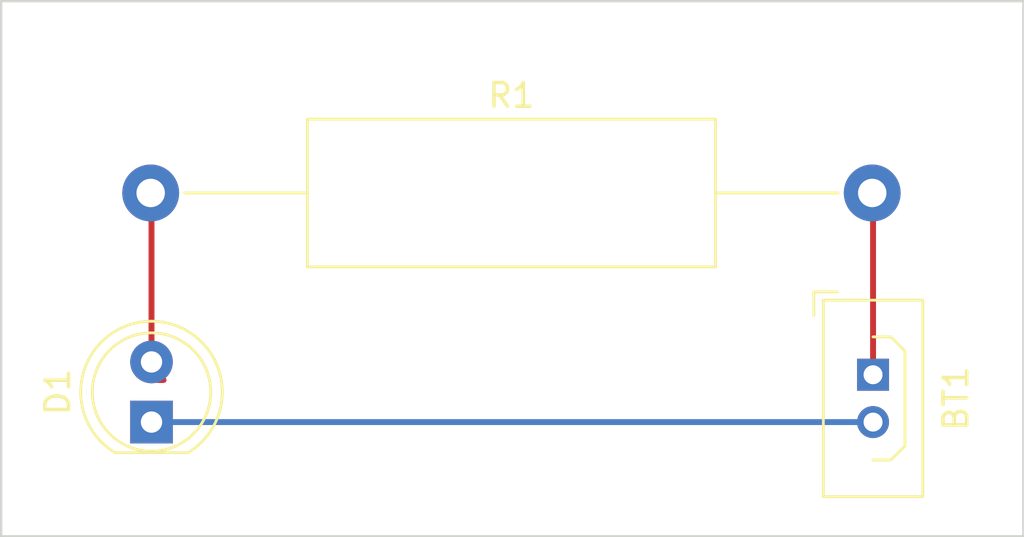
<source format=kicad_pcb>
(kicad_pcb (version 20171130) (host pcbnew "(5.1.10)-1")

  (general
    (thickness 1.6)
    (drawings 4)
    (tracks 7)
    (zones 0)
    (modules 3)
    (nets 4)
  )

  (page A4)
  (layers
    (0 F.Cu signal)
    (31 B.Cu signal)
    (32 B.Adhes user)
    (33 F.Adhes user)
    (34 B.Paste user)
    (35 F.Paste user)
    (36 B.SilkS user)
    (37 F.SilkS user)
    (38 B.Mask user)
    (39 F.Mask user)
    (40 Dwgs.User user)
    (41 Cmts.User user)
    (42 Eco1.User user)
    (43 Eco2.User user)
    (44 Edge.Cuts user)
    (45 Margin user)
    (46 B.CrtYd user)
    (47 F.CrtYd user)
    (48 B.Fab user)
    (49 F.Fab user)
  )

  (setup
    (last_trace_width 0.25)
    (trace_clearance 0.2)
    (zone_clearance 0.508)
    (zone_45_only no)
    (trace_min 0.2)
    (via_size 0.8)
    (via_drill 0.4)
    (via_min_size 0.4)
    (via_min_drill 0.3)
    (uvia_size 0.3)
    (uvia_drill 0.1)
    (uvias_allowed no)
    (uvia_min_size 0.2)
    (uvia_min_drill 0.1)
    (edge_width 0.05)
    (segment_width 0.2)
    (pcb_text_width 0.3)
    (pcb_text_size 1.5 1.5)
    (mod_edge_width 0.12)
    (mod_text_size 1 1)
    (mod_text_width 0.15)
    (pad_size 1.524 1.524)
    (pad_drill 0.762)
    (pad_to_mask_clearance 0)
    (aux_axis_origin 0 0)
    (visible_elements FFFFFF7F)
    (pcbplotparams
      (layerselection 0x010fc_ffffffff)
      (usegerberextensions false)
      (usegerberattributes true)
      (usegerberadvancedattributes true)
      (creategerberjobfile true)
      (excludeedgelayer true)
      (linewidth 0.100000)
      (plotframeref false)
      (viasonmask false)
      (mode 1)
      (useauxorigin false)
      (hpglpennumber 1)
      (hpglpenspeed 20)
      (hpglpendiameter 15.000000)
      (psnegative false)
      (psa4output false)
      (plotreference true)
      (plotvalue true)
      (plotinvisibletext false)
      (padsonsilk false)
      (subtractmaskfromsilk false)
      (outputformat 1)
      (mirror false)
      (drillshape 1)
      (scaleselection 1)
      (outputdirectory ""))
  )

  (net 0 "")
  (net 1 "Net-(BT1-Pad1)")
  (net 2 "Net-(BT1-Pad2)")
  (net 3 "Net-(D1-Pad2)")

  (net_class Default "This is the default net class."
    (clearance 0.2)
    (trace_width 0.25)
    (via_dia 0.8)
    (via_drill 0.4)
    (uvia_dia 0.3)
    (uvia_drill 0.1)
    (add_net "Net-(BT1-Pad1)")
    (add_net "Net-(BT1-Pad2)")
    (add_net "Net-(D1-Pad2)")
  )

  (module Connector_Harwin:Harwin_LTek-Male_02_P2.00mm_Vertical (layer F.Cu) (tedit 5A16B2BF) (tstamp 60B27941)
    (at 139.7 84.614 270)
    (descr "Harwin LTek Connector, 2 pins, single row male, vertical entry")
    (tags "connector harwin ltek M80")
    (path /60B24D34)
    (fp_text reference BT1 (at 1 -3.5 90) (layer F.SilkS)
      (effects (font (size 1 1) (thickness 0.15)))
    )
    (fp_text value 9v (at 1 4 90) (layer F.Fab)
      (effects (font (size 1 1) (thickness 0.15)))
    )
    (fp_line (start -3.5 2.5) (end -2.5 2.5) (layer F.SilkS) (width 0.12))
    (fp_line (start -3.5 1.5) (end -3.5 2.5) (layer F.SilkS) (width 0.12))
    (fp_line (start 0.3 1.35) (end 0 0.75) (layer F.Fab) (width 0.1))
    (fp_line (start -0.3 1.35) (end 0.3 1.35) (layer F.Fab) (width 0.1))
    (fp_line (start 0 0.75) (end -0.3 1.35) (layer F.Fab) (width 0.1))
    (fp_line (start 3 -1.35) (end 1 -1.35) (layer F.SilkS) (width 0.12))
    (fp_line (start 3.6 -0.75) (end 3 -1.35) (layer F.SilkS) (width 0.12))
    (fp_line (start 3.6 0) (end 3.6 -0.75) (layer F.SilkS) (width 0.12))
    (fp_line (start -1 -1.35) (end 1 -1.35) (layer F.SilkS) (width 0.12))
    (fp_line (start -1.6 -0.75) (end -1 -1.35) (layer F.SilkS) (width 0.12))
    (fp_line (start -1.6 0) (end -1.6 -0.75) (layer F.SilkS) (width 0.12))
    (fp_line (start 3.75 1.5) (end -1.75 1.5) (layer F.Fab) (width 0.1))
    (fp_line (start 3.75 -0.75) (end 3.75 1.5) (layer F.Fab) (width 0.1))
    (fp_line (start 3 -1.5) (end 3.75 -0.75) (layer F.Fab) (width 0.1))
    (fp_line (start -1 -1.5) (end 3 -1.5) (layer F.Fab) (width 0.1))
    (fp_line (start -1.75 -0.75) (end -1 -1.5) (layer F.Fab) (width 0.1))
    (fp_line (start -1.75 1.5) (end -1.75 -0.75) (layer F.Fab) (width 0.1))
    (fp_line (start 5.05 -2) (end -3.05 -2) (layer F.Fab) (width 0.1))
    (fp_line (start 5.05 2) (end 5.05 -2) (layer F.Fab) (width 0.1))
    (fp_line (start -3.05 2) (end 5.05 2) (layer F.Fab) (width 0.1))
    (fp_line (start -3.05 -2) (end -3.05 2) (layer F.Fab) (width 0.1))
    (fp_line (start 5.55 -2.5) (end -3.55 -2.5) (layer F.CrtYd) (width 0.05))
    (fp_line (start 5.55 2.5) (end 5.55 -2.5) (layer F.CrtYd) (width 0.05))
    (fp_line (start -3.55 2.5) (end 5.55 2.5) (layer F.CrtYd) (width 0.05))
    (fp_line (start -3.55 -2.5) (end -3.55 2.5) (layer F.CrtYd) (width 0.05))
    (fp_line (start 5.15 -2.1) (end -3.15 -2.1) (layer F.SilkS) (width 0.12))
    (fp_line (start 5.15 2.1) (end 5.15 -2.1) (layer F.SilkS) (width 0.12))
    (fp_line (start -3.15 2.1) (end 5.15 2.1) (layer F.SilkS) (width 0.12))
    (fp_line (start -3.15 -2.1) (end -3.15 2.1) (layer F.SilkS) (width 0.12))
    (fp_text user %R (at 1 0 90) (layer F.Fab)
      (effects (font (size 1 1) (thickness 0.15)))
    )
    (pad 1 thru_hole rect (at 0 0 270) (size 1.35 1.35) (drill 0.8) (layers *.Cu *.Mask)
      (net 1 "Net-(BT1-Pad1)"))
    (pad 2 thru_hole circle (at 2 0 270) (size 1.35 1.35) (drill 0.8) (layers *.Cu *.Mask)
      (net 2 "Net-(BT1-Pad2)"))
    (model ${KISYS3DMOD}/Connector_Harwin.3dshapes/Harwin_LTek-Male_02_P2.00mm_Vertical.wrl
      (at (xyz 0 0 0))
      (scale (xyz 1 1 1))
      (rotate (xyz 0 0 0))
    )
  )

  (module LED_THT:LED_D5.0mm_Clear (layer F.Cu) (tedit 5A6C9BC0) (tstamp 60B27953)
    (at 109.22 86.614 90)
    (descr "LED, diameter 5.0mm, 2 pins, http://cdn-reichelt.de/documents/datenblatt/A500/LL-504BC2E-009.pdf")
    (tags "LED diameter 5.0mm 2 pins")
    (path /60B23A44)
    (fp_text reference D1 (at 1.27 -3.96 90) (layer F.SilkS)
      (effects (font (size 1 1) (thickness 0.15)))
    )
    (fp_text value LED (at 1.27 3.96 180) (layer F.Fab)
      (effects (font (size 1 1) (thickness 0.15)))
    )
    (fp_circle (center 1.27 0) (end 3.77 0) (layer F.SilkS) (width 0.12))
    (fp_circle (center 1.27 0) (end 3.77 0) (layer F.Fab) (width 0.1))
    (fp_line (start 4.5 -3.25) (end -1.95 -3.25) (layer F.CrtYd) (width 0.05))
    (fp_line (start 4.5 3.25) (end 4.5 -3.25) (layer F.CrtYd) (width 0.05))
    (fp_line (start -1.95 3.25) (end 4.5 3.25) (layer F.CrtYd) (width 0.05))
    (fp_line (start -1.95 -3.25) (end -1.95 3.25) (layer F.CrtYd) (width 0.05))
    (fp_line (start -1.29 -1.545) (end -1.29 1.545) (layer F.SilkS) (width 0.12))
    (fp_line (start -1.23 -1.469694) (end -1.23 1.469694) (layer F.Fab) (width 0.1))
    (fp_text user %R (at 1.25 0 270) (layer F.Fab)
      (effects (font (size 0.8 0.8) (thickness 0.2)))
    )
    (fp_arc (start 1.27 0) (end -1.23 -1.469694) (angle 299.1) (layer F.Fab) (width 0.1))
    (fp_arc (start 1.27 0) (end -1.29 -1.54483) (angle 148.9) (layer F.SilkS) (width 0.12))
    (fp_arc (start 1.27 0) (end -1.29 1.54483) (angle -148.9) (layer F.SilkS) (width 0.12))
    (pad 1 thru_hole rect (at 0 0 90) (size 1.8 1.8) (drill 0.9) (layers *.Cu *.Mask)
      (net 2 "Net-(BT1-Pad2)"))
    (pad 2 thru_hole circle (at 2.54 0 90) (size 1.8 1.8) (drill 0.9) (layers *.Cu *.Mask)
      (net 3 "Net-(D1-Pad2)"))
    (model ${KISYS3DMOD}/LED_THT.3dshapes/LED_D5.0mm_Clear.wrl
      (at (xyz 0 0 0))
      (scale (xyz 1 1 1))
      (rotate (xyz 0 0 0))
    )
  )

  (module Resistor_THT:R_Axial_DIN0617_L17.0mm_D6.0mm_P30.48mm_Horizontal (layer F.Cu) (tedit 5AE5139B) (tstamp 60B2796A)
    (at 109.185001 76.935001)
    (descr "Resistor, Axial_DIN0617 series, Axial, Horizontal, pin pitch=30.48mm, 2W, length*diameter=17*6mm^2, http://www.vishay.com/docs/20128/wkxwrx.pdf")
    (tags "Resistor Axial_DIN0617 series Axial Horizontal pin pitch 30.48mm 2W length 17mm diameter 6mm")
    (path /60B21ACE)
    (fp_text reference R1 (at 15.24 -4.12) (layer F.SilkS)
      (effects (font (size 1 1) (thickness 0.15)))
    )
    (fp_text value 470 (at 15.24 4.12) (layer F.Fab)
      (effects (font (size 1 1) (thickness 0.15)))
    )
    (fp_line (start 31.94 -3.25) (end -1.45 -3.25) (layer F.CrtYd) (width 0.05))
    (fp_line (start 31.94 3.25) (end 31.94 -3.25) (layer F.CrtYd) (width 0.05))
    (fp_line (start -1.45 3.25) (end 31.94 3.25) (layer F.CrtYd) (width 0.05))
    (fp_line (start -1.45 -3.25) (end -1.45 3.25) (layer F.CrtYd) (width 0.05))
    (fp_line (start 29.04 0) (end 23.86 0) (layer F.SilkS) (width 0.12))
    (fp_line (start 1.44 0) (end 6.62 0) (layer F.SilkS) (width 0.12))
    (fp_line (start 23.86 -3.12) (end 6.62 -3.12) (layer F.SilkS) (width 0.12))
    (fp_line (start 23.86 3.12) (end 23.86 -3.12) (layer F.SilkS) (width 0.12))
    (fp_line (start 6.62 3.12) (end 23.86 3.12) (layer F.SilkS) (width 0.12))
    (fp_line (start 6.62 -3.12) (end 6.62 3.12) (layer F.SilkS) (width 0.12))
    (fp_line (start 30.48 0) (end 23.74 0) (layer F.Fab) (width 0.1))
    (fp_line (start 0 0) (end 6.74 0) (layer F.Fab) (width 0.1))
    (fp_line (start 23.74 -3) (end 6.74 -3) (layer F.Fab) (width 0.1))
    (fp_line (start 23.74 3) (end 23.74 -3) (layer F.Fab) (width 0.1))
    (fp_line (start 6.74 3) (end 23.74 3) (layer F.Fab) (width 0.1))
    (fp_line (start 6.74 -3) (end 6.74 3) (layer F.Fab) (width 0.1))
    (fp_text user %R (at 15.24 0) (layer F.Fab)
      (effects (font (size 1 1) (thickness 0.15)))
    )
    (pad 1 thru_hole circle (at 0 0) (size 2.4 2.4) (drill 1.2) (layers *.Cu *.Mask)
      (net 3 "Net-(D1-Pad2)"))
    (pad 2 thru_hole oval (at 30.48 0) (size 2.4 2.4) (drill 1.2) (layers *.Cu *.Mask)
      (net 1 "Net-(BT1-Pad1)"))
    (model ${KISYS3DMOD}/Resistor_THT.3dshapes/R_Axial_DIN0617_L17.0mm_D6.0mm_P30.48mm_Horizontal.wrl
      (at (xyz 0 0 0))
      (scale (xyz 1 1 1))
      (rotate (xyz 0 0 0))
    )
  )

  (gr_line (start 146.05 68.834) (end 146.05 91.44) (layer Edge.Cuts) (width 0.1))
  (gr_line (start 102.87 68.834) (end 146.05 68.834) (layer Edge.Cuts) (width 0.1))
  (gr_line (start 102.87 91.44) (end 102.87 68.834) (layer Edge.Cuts) (width 0.1))
  (gr_line (start 146.05 91.44) (end 102.87 91.44) (layer Edge.Cuts) (width 0.1))

  (segment (start 139.7 76.97) (end 139.665001 76.935001) (width 0.25) (layer F.Cu) (net 1))
  (segment (start 139.7 84.614) (end 139.7 76.97) (width 0.25) (layer F.Cu) (net 1))
  (segment (start 139.7 86.614) (end 139.446 86.614) (width 0.25) (layer F.Cu) (net 2))
  (segment (start 139.7 86.614) (end 109.22 86.614) (width 0.25) (layer B.Cu) (net 2))
  (segment (start 109.728 84.836) (end 109.474 84.836) (width 0.25) (layer F.Cu) (net 3))
  (segment (start 109.22 76.97) (end 109.185001 76.935001) (width 0.25) (layer F.Cu) (net 3))
  (segment (start 109.22 84.074) (end 109.22 76.97) (width 0.25) (layer F.Cu) (net 3))

)

</source>
